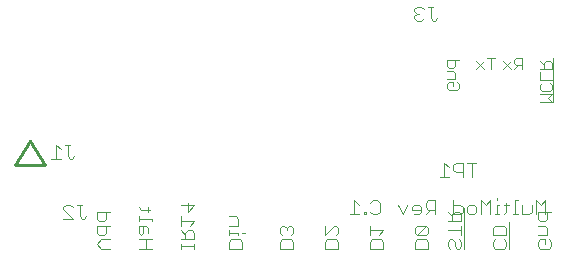
<source format=gbo>
G75*
%MOIN*%
%OFA0B0*%
%FSLAX24Y24*%
%IPPOS*%
%LPD*%
%AMOC8*
5,1,8,0,0,1.08239X$1,22.5*
%
%ADD10C,0.0040*%
%ADD11C,0.0100*%
%ADD12C,0.0030*%
D10*
X003273Y002370D02*
X003120Y002523D01*
X003273Y002677D01*
X003580Y002677D01*
X003350Y002830D02*
X003427Y002907D01*
X003427Y003137D01*
X003580Y003137D02*
X003120Y003137D01*
X003120Y002907D01*
X003197Y002830D01*
X003350Y002830D01*
X003273Y002370D02*
X003580Y002370D01*
X004520Y002370D02*
X004980Y002370D01*
X004750Y002370D02*
X004750Y002677D01*
X004597Y002830D02*
X004673Y002907D01*
X004673Y003137D01*
X004750Y003137D02*
X004520Y003137D01*
X004520Y002907D01*
X004597Y002830D01*
X004520Y002677D02*
X004980Y002677D01*
X004827Y002907D02*
X004827Y003061D01*
X004750Y003137D01*
X004520Y003291D02*
X004520Y003444D01*
X004520Y003368D02*
X004980Y003368D01*
X004980Y003291D01*
X004827Y003598D02*
X004827Y003751D01*
X004904Y003674D02*
X004597Y003674D01*
X004520Y003751D01*
X003580Y003598D02*
X003120Y003598D01*
X003120Y003368D01*
X003197Y003291D01*
X003350Y003291D01*
X003427Y003368D01*
X003427Y003598D01*
X002780Y003447D02*
X002703Y003370D01*
X002627Y003370D01*
X002550Y003447D01*
X002550Y003830D01*
X002627Y003830D02*
X002473Y003830D01*
X002320Y003754D02*
X002243Y003830D01*
X002089Y003830D01*
X002013Y003754D01*
X002013Y003677D01*
X002320Y003370D01*
X002013Y003370D01*
X005920Y003444D02*
X005920Y003137D01*
X005920Y002984D02*
X006073Y002830D01*
X006073Y002907D02*
X006073Y002677D01*
X005920Y002677D02*
X006380Y002677D01*
X006380Y002907D01*
X006304Y002984D01*
X006150Y002984D01*
X006073Y002907D01*
X006227Y003137D02*
X006380Y003291D01*
X005920Y003291D01*
X006150Y003598D02*
X006150Y003905D01*
X005920Y003828D02*
X006380Y003828D01*
X006150Y003598D01*
X007520Y003444D02*
X007750Y003444D01*
X007827Y003368D01*
X007827Y003137D01*
X007520Y003137D01*
X007520Y002984D02*
X007520Y002830D01*
X007520Y002907D02*
X007827Y002907D01*
X007827Y002830D01*
X007904Y002677D02*
X007597Y002677D01*
X007520Y002600D01*
X007520Y002370D01*
X007980Y002370D01*
X007980Y002600D01*
X007904Y002677D01*
X007980Y002907D02*
X008057Y002907D01*
X009220Y002907D02*
X009297Y002830D01*
X009220Y002907D02*
X009220Y003061D01*
X009297Y003137D01*
X009373Y003137D01*
X009450Y003061D01*
X009450Y002984D01*
X009450Y003061D02*
X009527Y003137D01*
X009604Y003137D01*
X009680Y003061D01*
X009680Y002907D01*
X009604Y002830D01*
X009604Y002677D02*
X009297Y002677D01*
X009220Y002600D01*
X009220Y002370D01*
X009680Y002370D01*
X009680Y002600D01*
X009604Y002677D01*
X010720Y002600D02*
X010720Y002370D01*
X011180Y002370D01*
X011180Y002600D01*
X011104Y002677D01*
X010797Y002677D01*
X010720Y002600D01*
X010720Y002830D02*
X011027Y003137D01*
X011104Y003137D01*
X011180Y003061D01*
X011180Y002907D01*
X011104Y002830D01*
X010720Y002830D02*
X010720Y003137D01*
X011558Y003520D02*
X011865Y003520D01*
X012018Y003520D02*
X012095Y003520D01*
X012095Y003597D01*
X012018Y003597D01*
X012018Y003520D01*
X012248Y003597D02*
X012325Y003520D01*
X012479Y003520D01*
X012555Y003597D01*
X012555Y003904D01*
X012479Y003980D01*
X012325Y003980D01*
X012248Y003904D01*
X011865Y003827D02*
X011711Y003980D01*
X011711Y003520D01*
X012220Y003137D02*
X012220Y002830D01*
X012297Y002677D02*
X012604Y002677D01*
X012680Y002600D01*
X012680Y002370D01*
X012220Y002370D01*
X012220Y002600D01*
X012297Y002677D01*
X012527Y002830D02*
X012680Y002984D01*
X012220Y002984D01*
X013323Y003520D02*
X013169Y003827D01*
X013476Y003827D02*
X013323Y003520D01*
X013630Y003673D02*
X013936Y003673D01*
X013936Y003597D02*
X013936Y003750D01*
X013860Y003827D01*
X013706Y003827D01*
X013630Y003750D01*
X013630Y003673D01*
X013706Y003520D02*
X013860Y003520D01*
X013936Y003597D01*
X014090Y003520D02*
X014243Y003673D01*
X014167Y003673D02*
X014397Y003673D01*
X014397Y003520D02*
X014397Y003980D01*
X014167Y003980D01*
X014090Y003904D01*
X014090Y003750D01*
X014167Y003673D01*
X014820Y003598D02*
X014973Y003444D01*
X014973Y003521D02*
X014973Y003291D01*
X014820Y003291D02*
X015280Y003291D01*
X015280Y003521D01*
X015204Y003598D01*
X015050Y003598D01*
X014973Y003521D01*
X015011Y003520D02*
X015241Y003520D01*
X015318Y003597D01*
X015318Y003750D01*
X015241Y003827D01*
X015011Y003827D01*
X015360Y003731D02*
X015360Y002350D01*
X015280Y002447D02*
X015204Y002370D01*
X015127Y002370D01*
X015050Y002447D01*
X015050Y002600D01*
X014973Y002677D01*
X014897Y002677D01*
X014820Y002600D01*
X014820Y002447D01*
X014897Y002370D01*
X015280Y002447D02*
X015280Y002600D01*
X015204Y002677D01*
X015280Y002830D02*
X015280Y003137D01*
X015280Y002984D02*
X014820Y002984D01*
X014180Y002907D02*
X014180Y003061D01*
X014104Y003137D01*
X013797Y002830D01*
X013720Y002907D01*
X013720Y003061D01*
X013797Y003137D01*
X014104Y003137D01*
X014180Y002907D02*
X014104Y002830D01*
X013797Y002830D01*
X013797Y002677D02*
X014104Y002677D01*
X014180Y002600D01*
X014180Y002370D01*
X013720Y002370D01*
X013720Y002600D01*
X013797Y002677D01*
X015011Y003520D02*
X015011Y003980D01*
X015471Y003750D02*
X015548Y003827D01*
X015701Y003827D01*
X015778Y003750D01*
X015778Y003597D01*
X015701Y003520D01*
X015548Y003520D01*
X015471Y003597D01*
X015471Y003750D01*
X015932Y003980D02*
X015932Y003520D01*
X016238Y003520D02*
X016238Y003980D01*
X016085Y003827D01*
X015932Y003980D01*
X016469Y003980D02*
X016469Y004057D01*
X016776Y003904D02*
X016776Y003597D01*
X016699Y003520D01*
X016545Y003520D02*
X016392Y003520D01*
X016469Y003520D02*
X016469Y003827D01*
X016545Y003827D01*
X016699Y003827D02*
X016852Y003827D01*
X017082Y003980D02*
X017082Y003520D01*
X017006Y003520D02*
X017159Y003520D01*
X017313Y003520D02*
X017313Y003827D01*
X017159Y003980D02*
X017082Y003980D01*
X017620Y003827D02*
X017620Y003597D01*
X017543Y003520D01*
X017313Y003520D01*
X017773Y003520D02*
X017773Y003980D01*
X017927Y003827D01*
X018080Y003980D01*
X018080Y003520D01*
X018127Y003598D02*
X018127Y003368D01*
X018050Y003291D01*
X017897Y003291D01*
X017820Y003368D01*
X017820Y003598D01*
X018280Y003598D01*
X018050Y003137D02*
X017820Y003137D01*
X018050Y003137D02*
X018127Y003061D01*
X018127Y002830D01*
X017820Y002830D01*
X017897Y002677D02*
X018050Y002677D01*
X018050Y002523D01*
X017897Y002370D02*
X017820Y002447D01*
X017820Y002600D01*
X017897Y002677D01*
X018204Y002677D02*
X018280Y002600D01*
X018280Y002447D01*
X018204Y002370D01*
X017897Y002370D01*
X016860Y002350D02*
X016860Y003271D01*
X016704Y003137D02*
X016397Y003137D01*
X016320Y003061D01*
X016320Y002830D01*
X016780Y002830D01*
X016780Y003061D01*
X016704Y003137D01*
X016704Y002677D02*
X016780Y002600D01*
X016780Y002447D01*
X016704Y002370D01*
X016397Y002370D01*
X016320Y002447D01*
X016320Y002600D01*
X016397Y002677D01*
X015627Y004770D02*
X015627Y005230D01*
X015780Y005230D02*
X015473Y005230D01*
X015320Y005230D02*
X015089Y005230D01*
X015013Y005154D01*
X015013Y005000D01*
X015089Y004923D01*
X015320Y004923D01*
X015320Y004770D02*
X015320Y005230D01*
X014859Y005077D02*
X014706Y005230D01*
X014706Y004770D01*
X014859Y004770D02*
X014552Y004770D01*
X006380Y002523D02*
X006380Y002370D01*
X006380Y002447D02*
X005920Y002447D01*
X005920Y002523D02*
X005920Y002370D01*
X002380Y005447D02*
X002303Y005370D01*
X002227Y005370D01*
X002150Y005447D01*
X002150Y005830D01*
X002227Y005830D02*
X002073Y005830D01*
X001920Y005677D02*
X001766Y005830D01*
X001766Y005370D01*
X001613Y005370D02*
X001920Y005370D01*
X013713Y010047D02*
X013789Y009970D01*
X013943Y009970D01*
X014020Y010047D01*
X014250Y010047D02*
X014250Y010430D01*
X014327Y010430D02*
X014173Y010430D01*
X014020Y010354D02*
X013943Y010430D01*
X013789Y010430D01*
X013713Y010354D01*
X013713Y010277D01*
X013789Y010200D01*
X013713Y010123D01*
X013713Y010047D01*
X013789Y010200D02*
X013866Y010200D01*
X014250Y010047D02*
X014327Y009970D01*
X014403Y009970D01*
X014480Y010047D01*
D11*
X001400Y005150D02*
X000900Y005950D01*
X000400Y005150D01*
X001400Y005150D01*
D12*
X014815Y007727D02*
X014815Y007850D01*
X014877Y007912D01*
X015000Y007912D01*
X015000Y007788D01*
X014877Y007665D02*
X014815Y007727D01*
X014877Y007665D02*
X015124Y007665D01*
X015185Y007727D01*
X015185Y007850D01*
X015124Y007912D01*
X015062Y008033D02*
X014815Y008033D01*
X015062Y008033D02*
X015062Y008218D01*
X015000Y008280D01*
X014815Y008280D01*
X014877Y008402D02*
X015000Y008402D01*
X015062Y008463D01*
X015062Y008649D01*
X015185Y008649D02*
X014815Y008649D01*
X014815Y008463D01*
X014877Y008402D01*
X015770Y008365D02*
X016017Y008612D01*
X016138Y008735D02*
X016385Y008735D01*
X016262Y008735D02*
X016262Y008365D01*
X016017Y008365D02*
X015770Y008612D01*
X016670Y008612D02*
X016917Y008365D01*
X017038Y008365D02*
X017162Y008488D01*
X017100Y008488D02*
X017285Y008488D01*
X017285Y008365D02*
X017285Y008735D01*
X017100Y008735D01*
X017038Y008674D01*
X017038Y008550D01*
X017100Y008488D01*
X016917Y008612D02*
X016670Y008365D01*
X017915Y008370D02*
X018285Y008370D01*
X018285Y008555D01*
X018224Y008617D01*
X018100Y008617D01*
X018038Y008555D01*
X018038Y008370D01*
X018038Y008493D02*
X017915Y008617D01*
X018345Y008723D02*
X018345Y007250D01*
X018285Y007265D02*
X018162Y007388D01*
X018285Y007512D01*
X017915Y007512D01*
X017977Y007633D02*
X017915Y007695D01*
X017915Y007818D01*
X017977Y007880D01*
X018224Y007880D02*
X018285Y007818D01*
X018285Y007695D01*
X018224Y007633D01*
X017977Y007633D01*
X017915Y007265D02*
X018285Y007265D01*
X018285Y008002D02*
X017915Y008002D01*
X017915Y008249D01*
M02*

</source>
